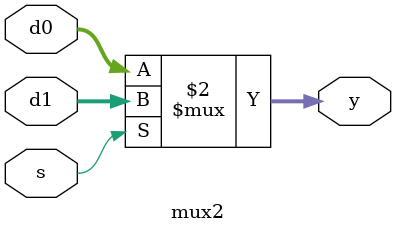
<source format=v>
module mux2 #(parameter WIDTH = 8)(d0, d1, s, y);
	input [WIDTH-1:0] d0, d1;
	input s;
	output [WIDTH-1:0] y;

	assign y = ( s == 1'b1 )? d1:d0;
endmodule

</source>
